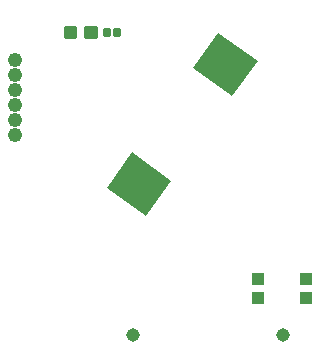
<source format=gbr>
G04 EAGLE Gerber RS-274X export*
G75*
%MOMM*%
%FSLAX34Y34*%
%LPD*%
%INSoldermask Bottom*%
%IPPOS*%
%AMOC8*
5,1,8,0,0,1.08239X$1,22.5*%
G01*
%ADD10C,0.400200*%
%ADD11C,0.428259*%
%ADD12C,1.227000*%
%ADD13R,1.027000X1.127000*%
%ADD14R,3.687000X4.087000*%
%ADD15C,1.143000*%


D10*
X87892Y271352D02*
X85224Y271352D01*
X85224Y274620D01*
X87892Y274620D01*
X87892Y271352D01*
X93864Y271352D02*
X96532Y271352D01*
X93864Y271352D02*
X93864Y274620D01*
X96532Y274620D01*
X96532Y271352D01*
D11*
X52104Y269415D02*
X52104Y276403D01*
X59092Y276403D01*
X59092Y269415D01*
X52104Y269415D01*
X52104Y273484D02*
X59092Y273484D01*
X69644Y276403D02*
X69644Y269415D01*
X69644Y276403D02*
X76632Y276403D01*
X76632Y269415D01*
X69644Y269415D01*
X69644Y273484D02*
X76632Y273484D01*
D12*
X9224Y249584D03*
X9336Y236868D03*
X9201Y223917D03*
X9419Y211525D03*
X9185Y198661D03*
X9190Y186043D03*
D13*
X214857Y63631D03*
X214857Y47631D03*
X255857Y47631D03*
X255857Y63631D03*
D14*
G36*
X86890Y141093D02*
X108457Y170996D01*
X141604Y147089D01*
X120037Y117186D01*
X86890Y141093D01*
G37*
G36*
X160010Y242476D02*
X181577Y272379D01*
X214724Y248472D01*
X193157Y218569D01*
X160010Y242476D01*
G37*
D15*
X109220Y16510D03*
X236220Y16510D03*
M02*

</source>
